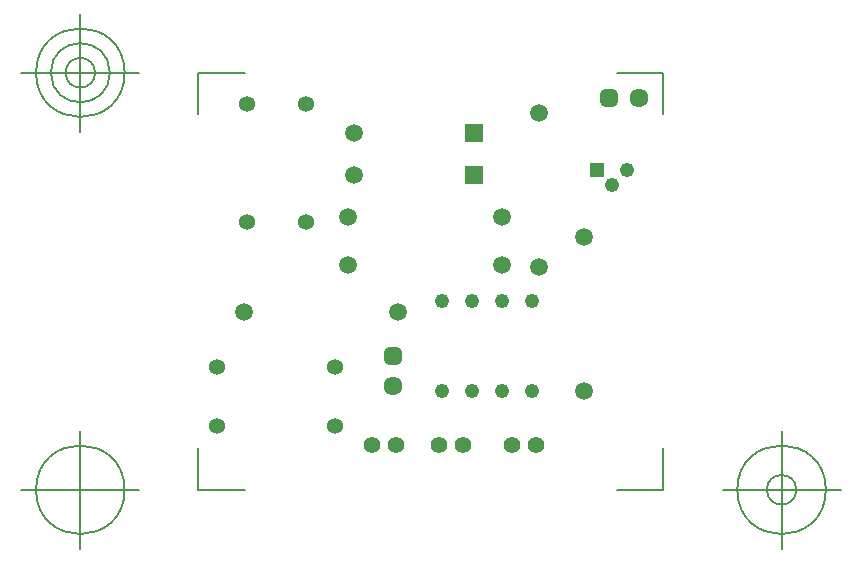
<source format=gbr>
G04 Generated by Ultiboard 14.1 *
%FSLAX33Y33*%
%MOMM*%

%ADD10C,0.001*%
%ADD11C,0.127*%
%ADD12C,1.356*%
%ADD13R,0.529X0.529*%
%ADD14C,0.995*%
%ADD15C,1.609*%
%ADD16C,1.400*%
%ADD17C,1.500*%
%ADD18C,1.245*%
%ADD19R,1.245X1.245*%
%ADD20R,1.500X1.500*%


G04 ColorRGB 9900CC for the following layer *
%LNSolder Mask Bottom*%
%LPD*%
G54D10*
G54D11*
X31496Y37846D02*
X31496Y41377D01*
X31496Y37846D02*
X35433Y37846D01*
X70867Y37846D02*
X66930Y37846D01*
X70867Y37846D02*
X70867Y41377D01*
X70867Y73158D02*
X70867Y69627D01*
X70867Y73158D02*
X66930Y73158D01*
X31496Y73158D02*
X35433Y73158D01*
X31496Y73158D02*
X31496Y69627D01*
X26496Y37846D02*
X16496Y37846D01*
X21496Y32846D02*
X21496Y42846D01*
X17746Y37846D02*
G75*
D01*
G02X17746Y37846I3750J0*
G01*
X75867Y37846D02*
X85867Y37846D01*
X80867Y32846D02*
X80867Y42846D01*
X77117Y37846D02*
G75*
D01*
G02X77117Y37846I3750J0*
G01*
X79617Y37846D02*
G75*
D01*
G02X79617Y37846I1250J0*
G01*
X26496Y73158D02*
X16496Y73158D01*
X21496Y68158D02*
X21496Y78158D01*
X17746Y73158D02*
G75*
D01*
G02X17746Y73158I3750J0*
G01*
X18996Y73158D02*
G75*
D01*
G02X18996Y73158I2500J0*
G01*
X20246Y73158D02*
G75*
D01*
G02X20246Y73158I1250J0*
G01*
G54D12*
X33100Y48220D03*
X33100Y43220D03*
X43100Y48220D03*
X43100Y43220D03*
X35600Y60532D03*
X40600Y60532D03*
X35600Y70532D03*
X40600Y70532D03*
G54D13*
X66279Y71019D03*
X47975Y49179D03*
G54D14*
X66015Y70755D02*
X66543Y70755D01*
X66543Y71283D01*
X66015Y71283D01*
X66015Y70755D01*D02*
X47711Y48915D02*
X48239Y48915D01*
X48239Y49443D01*
X47711Y49443D01*
X47711Y48915D01*D02*
G54D15*
X68819Y71019D03*
X47975Y46639D03*
G54D16*
X48228Y41656D03*
X46228Y41656D03*
X51864Y41650D03*
X53864Y41650D03*
X58083Y41650D03*
X60083Y41650D03*
G54D17*
X57196Y60960D03*
X44196Y60960D03*
X57196Y56896D03*
X44196Y56896D03*
X35368Y52907D03*
X48368Y52907D03*
X64111Y46246D03*
X64111Y59246D03*
X60292Y56727D03*
X60292Y69727D03*
X44704Y68072D03*
X44704Y64516D03*
G54D18*
X52114Y53810D03*
X54654Y46190D03*
X59734Y46190D03*
X57194Y46190D03*
X59734Y53810D03*
X54654Y53810D03*
X57194Y53810D03*
X52114Y46190D03*
X67766Y64936D03*
X66496Y63666D03*
G54D19*
X65226Y64936D03*
G54D20*
X54864Y68072D03*
X54864Y64516D03*

M02*

</source>
